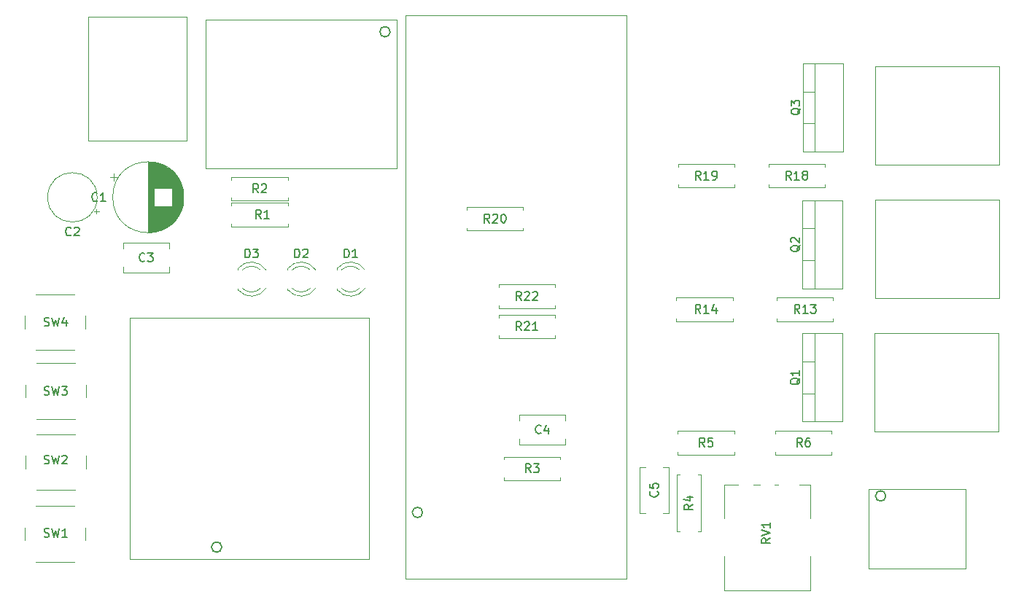
<source format=gbr>
%TF.GenerationSoftware,KiCad,Pcbnew,9.0.6*%
%TF.CreationDate,2026-01-08T10:53:52+01:00*%
%TF.ProjectId,astro-control,61737472-6f2d-4636-9f6e-74726f6c2e6b,rev?*%
%TF.SameCoordinates,Original*%
%TF.FileFunction,Legend,Top*%
%TF.FilePolarity,Positive*%
%FSLAX46Y46*%
G04 Gerber Fmt 4.6, Leading zero omitted, Abs format (unit mm)*
G04 Created by KiCad (PCBNEW 9.0.6) date 2026-01-08 10:53:52*
%MOMM*%
%LPD*%
G01*
G04 APERTURE LIST*
%ADD10C,0.150000*%
%ADD11C,0.120000*%
G04 APERTURE END LIST*
D10*
X91166667Y-85907200D02*
X91309524Y-85954819D01*
X91309524Y-85954819D02*
X91547619Y-85954819D01*
X91547619Y-85954819D02*
X91642857Y-85907200D01*
X91642857Y-85907200D02*
X91690476Y-85859580D01*
X91690476Y-85859580D02*
X91738095Y-85764342D01*
X91738095Y-85764342D02*
X91738095Y-85669104D01*
X91738095Y-85669104D02*
X91690476Y-85573866D01*
X91690476Y-85573866D02*
X91642857Y-85526247D01*
X91642857Y-85526247D02*
X91547619Y-85478628D01*
X91547619Y-85478628D02*
X91357143Y-85431009D01*
X91357143Y-85431009D02*
X91261905Y-85383390D01*
X91261905Y-85383390D02*
X91214286Y-85335771D01*
X91214286Y-85335771D02*
X91166667Y-85240533D01*
X91166667Y-85240533D02*
X91166667Y-85145295D01*
X91166667Y-85145295D02*
X91214286Y-85050057D01*
X91214286Y-85050057D02*
X91261905Y-85002438D01*
X91261905Y-85002438D02*
X91357143Y-84954819D01*
X91357143Y-84954819D02*
X91595238Y-84954819D01*
X91595238Y-84954819D02*
X91738095Y-85002438D01*
X92071429Y-84954819D02*
X92309524Y-85954819D01*
X92309524Y-85954819D02*
X92500000Y-85240533D01*
X92500000Y-85240533D02*
X92690476Y-85954819D01*
X92690476Y-85954819D02*
X92928572Y-84954819D01*
X93738095Y-85288152D02*
X93738095Y-85954819D01*
X93500000Y-84907200D02*
X93261905Y-85621485D01*
X93261905Y-85621485D02*
X93880952Y-85621485D01*
X91166667Y-93907200D02*
X91309524Y-93954819D01*
X91309524Y-93954819D02*
X91547619Y-93954819D01*
X91547619Y-93954819D02*
X91642857Y-93907200D01*
X91642857Y-93907200D02*
X91690476Y-93859580D01*
X91690476Y-93859580D02*
X91738095Y-93764342D01*
X91738095Y-93764342D02*
X91738095Y-93669104D01*
X91738095Y-93669104D02*
X91690476Y-93573866D01*
X91690476Y-93573866D02*
X91642857Y-93526247D01*
X91642857Y-93526247D02*
X91547619Y-93478628D01*
X91547619Y-93478628D02*
X91357143Y-93431009D01*
X91357143Y-93431009D02*
X91261905Y-93383390D01*
X91261905Y-93383390D02*
X91214286Y-93335771D01*
X91214286Y-93335771D02*
X91166667Y-93240533D01*
X91166667Y-93240533D02*
X91166667Y-93145295D01*
X91166667Y-93145295D02*
X91214286Y-93050057D01*
X91214286Y-93050057D02*
X91261905Y-93002438D01*
X91261905Y-93002438D02*
X91357143Y-92954819D01*
X91357143Y-92954819D02*
X91595238Y-92954819D01*
X91595238Y-92954819D02*
X91738095Y-93002438D01*
X92071429Y-92954819D02*
X92309524Y-93954819D01*
X92309524Y-93954819D02*
X92500000Y-93240533D01*
X92500000Y-93240533D02*
X92690476Y-93954819D01*
X92690476Y-93954819D02*
X92928572Y-92954819D01*
X93214286Y-92954819D02*
X93833333Y-92954819D01*
X93833333Y-92954819D02*
X93500000Y-93335771D01*
X93500000Y-93335771D02*
X93642857Y-93335771D01*
X93642857Y-93335771D02*
X93738095Y-93383390D01*
X93738095Y-93383390D02*
X93785714Y-93431009D01*
X93785714Y-93431009D02*
X93833333Y-93526247D01*
X93833333Y-93526247D02*
X93833333Y-93764342D01*
X93833333Y-93764342D02*
X93785714Y-93859580D01*
X93785714Y-93859580D02*
X93738095Y-93907200D01*
X93738095Y-93907200D02*
X93642857Y-93954819D01*
X93642857Y-93954819D02*
X93357143Y-93954819D01*
X93357143Y-93954819D02*
X93261905Y-93907200D01*
X93261905Y-93907200D02*
X93214286Y-93859580D01*
X178912557Y-76565238D02*
X178864938Y-76660476D01*
X178864938Y-76660476D02*
X178769700Y-76755714D01*
X178769700Y-76755714D02*
X178626842Y-76898571D01*
X178626842Y-76898571D02*
X178579223Y-76993809D01*
X178579223Y-76993809D02*
X178579223Y-77089047D01*
X178817319Y-77041428D02*
X178769700Y-77136666D01*
X178769700Y-77136666D02*
X178674461Y-77231904D01*
X178674461Y-77231904D02*
X178483985Y-77279523D01*
X178483985Y-77279523D02*
X178150652Y-77279523D01*
X178150652Y-77279523D02*
X177960176Y-77231904D01*
X177960176Y-77231904D02*
X177864938Y-77136666D01*
X177864938Y-77136666D02*
X177817319Y-77041428D01*
X177817319Y-77041428D02*
X177817319Y-76850952D01*
X177817319Y-76850952D02*
X177864938Y-76755714D01*
X177864938Y-76755714D02*
X177960176Y-76660476D01*
X177960176Y-76660476D02*
X178150652Y-76612857D01*
X178150652Y-76612857D02*
X178483985Y-76612857D01*
X178483985Y-76612857D02*
X178674461Y-76660476D01*
X178674461Y-76660476D02*
X178769700Y-76755714D01*
X178769700Y-76755714D02*
X178817319Y-76850952D01*
X178817319Y-76850952D02*
X178817319Y-77041428D01*
X177912557Y-76231904D02*
X177864938Y-76184285D01*
X177864938Y-76184285D02*
X177817319Y-76089047D01*
X177817319Y-76089047D02*
X177817319Y-75850952D01*
X177817319Y-75850952D02*
X177864938Y-75755714D01*
X177864938Y-75755714D02*
X177912557Y-75708095D01*
X177912557Y-75708095D02*
X178007795Y-75660476D01*
X178007795Y-75660476D02*
X178103033Y-75660476D01*
X178103033Y-75660476D02*
X178245890Y-75708095D01*
X178245890Y-75708095D02*
X178817319Y-76279523D01*
X178817319Y-76279523D02*
X178817319Y-75660476D01*
X114491905Y-77994819D02*
X114491905Y-76994819D01*
X114491905Y-76994819D02*
X114730000Y-76994819D01*
X114730000Y-76994819D02*
X114872857Y-77042438D01*
X114872857Y-77042438D02*
X114968095Y-77137676D01*
X114968095Y-77137676D02*
X115015714Y-77232914D01*
X115015714Y-77232914D02*
X115063333Y-77423390D01*
X115063333Y-77423390D02*
X115063333Y-77566247D01*
X115063333Y-77566247D02*
X115015714Y-77756723D01*
X115015714Y-77756723D02*
X114968095Y-77851961D01*
X114968095Y-77851961D02*
X114872857Y-77947200D01*
X114872857Y-77947200D02*
X114730000Y-77994819D01*
X114730000Y-77994819D02*
X114491905Y-77994819D01*
X115396667Y-76994819D02*
X116015714Y-76994819D01*
X116015714Y-76994819D02*
X115682381Y-77375771D01*
X115682381Y-77375771D02*
X115825238Y-77375771D01*
X115825238Y-77375771D02*
X115920476Y-77423390D01*
X115920476Y-77423390D02*
X115968095Y-77471009D01*
X115968095Y-77471009D02*
X116015714Y-77566247D01*
X116015714Y-77566247D02*
X116015714Y-77804342D01*
X116015714Y-77804342D02*
X115968095Y-77899580D01*
X115968095Y-77899580D02*
X115920476Y-77947200D01*
X115920476Y-77947200D02*
X115825238Y-77994819D01*
X115825238Y-77994819D02*
X115539524Y-77994819D01*
X115539524Y-77994819D02*
X115444286Y-77947200D01*
X115444286Y-77947200D02*
X115396667Y-77899580D01*
X125991905Y-77994819D02*
X125991905Y-76994819D01*
X125991905Y-76994819D02*
X126230000Y-76994819D01*
X126230000Y-76994819D02*
X126372857Y-77042438D01*
X126372857Y-77042438D02*
X126468095Y-77137676D01*
X126468095Y-77137676D02*
X126515714Y-77232914D01*
X126515714Y-77232914D02*
X126563333Y-77423390D01*
X126563333Y-77423390D02*
X126563333Y-77566247D01*
X126563333Y-77566247D02*
X126515714Y-77756723D01*
X126515714Y-77756723D02*
X126468095Y-77851961D01*
X126468095Y-77851961D02*
X126372857Y-77947200D01*
X126372857Y-77947200D02*
X126230000Y-77994819D01*
X126230000Y-77994819D02*
X125991905Y-77994819D01*
X127515714Y-77994819D02*
X126944286Y-77994819D01*
X127230000Y-77994819D02*
X127230000Y-76994819D01*
X127230000Y-76994819D02*
X127134762Y-77137676D01*
X127134762Y-77137676D02*
X127039524Y-77232914D01*
X127039524Y-77232914D02*
X126944286Y-77280533D01*
X162359580Y-105166666D02*
X162407200Y-105214285D01*
X162407200Y-105214285D02*
X162454819Y-105357142D01*
X162454819Y-105357142D02*
X162454819Y-105452380D01*
X162454819Y-105452380D02*
X162407200Y-105595237D01*
X162407200Y-105595237D02*
X162311961Y-105690475D01*
X162311961Y-105690475D02*
X162216723Y-105738094D01*
X162216723Y-105738094D02*
X162026247Y-105785713D01*
X162026247Y-105785713D02*
X161883390Y-105785713D01*
X161883390Y-105785713D02*
X161692914Y-105738094D01*
X161692914Y-105738094D02*
X161597676Y-105690475D01*
X161597676Y-105690475D02*
X161502438Y-105595237D01*
X161502438Y-105595237D02*
X161454819Y-105452380D01*
X161454819Y-105452380D02*
X161454819Y-105357142D01*
X161454819Y-105357142D02*
X161502438Y-105214285D01*
X161502438Y-105214285D02*
X161550057Y-105166666D01*
X161454819Y-104261904D02*
X161454819Y-104738094D01*
X161454819Y-104738094D02*
X161931009Y-104785713D01*
X161931009Y-104785713D02*
X161883390Y-104738094D01*
X161883390Y-104738094D02*
X161835771Y-104642856D01*
X161835771Y-104642856D02*
X161835771Y-104404761D01*
X161835771Y-104404761D02*
X161883390Y-104309523D01*
X161883390Y-104309523D02*
X161931009Y-104261904D01*
X161931009Y-104261904D02*
X162026247Y-104214285D01*
X162026247Y-104214285D02*
X162264342Y-104214285D01*
X162264342Y-104214285D02*
X162359580Y-104261904D01*
X162359580Y-104261904D02*
X162407200Y-104309523D01*
X162407200Y-104309523D02*
X162454819Y-104404761D01*
X162454819Y-104404761D02*
X162454819Y-104642856D01*
X162454819Y-104642856D02*
X162407200Y-104738094D01*
X162407200Y-104738094D02*
X162359580Y-104785713D01*
X148833333Y-98359580D02*
X148785714Y-98407200D01*
X148785714Y-98407200D02*
X148642857Y-98454819D01*
X148642857Y-98454819D02*
X148547619Y-98454819D01*
X148547619Y-98454819D02*
X148404762Y-98407200D01*
X148404762Y-98407200D02*
X148309524Y-98311961D01*
X148309524Y-98311961D02*
X148261905Y-98216723D01*
X148261905Y-98216723D02*
X148214286Y-98026247D01*
X148214286Y-98026247D02*
X148214286Y-97883390D01*
X148214286Y-97883390D02*
X148261905Y-97692914D01*
X148261905Y-97692914D02*
X148309524Y-97597676D01*
X148309524Y-97597676D02*
X148404762Y-97502438D01*
X148404762Y-97502438D02*
X148547619Y-97454819D01*
X148547619Y-97454819D02*
X148642857Y-97454819D01*
X148642857Y-97454819D02*
X148785714Y-97502438D01*
X148785714Y-97502438D02*
X148833333Y-97550057D01*
X149690476Y-97788152D02*
X149690476Y-98454819D01*
X149452381Y-97407200D02*
X149214286Y-98121485D01*
X149214286Y-98121485D02*
X149833333Y-98121485D01*
X166454819Y-106666666D02*
X165978628Y-106999999D01*
X166454819Y-107238094D02*
X165454819Y-107238094D01*
X165454819Y-107238094D02*
X165454819Y-106857142D01*
X165454819Y-106857142D02*
X165502438Y-106761904D01*
X165502438Y-106761904D02*
X165550057Y-106714285D01*
X165550057Y-106714285D02*
X165645295Y-106666666D01*
X165645295Y-106666666D02*
X165788152Y-106666666D01*
X165788152Y-106666666D02*
X165883390Y-106714285D01*
X165883390Y-106714285D02*
X165931009Y-106761904D01*
X165931009Y-106761904D02*
X165978628Y-106857142D01*
X165978628Y-106857142D02*
X165978628Y-107238094D01*
X165788152Y-105809523D02*
X166454819Y-105809523D01*
X165407200Y-106047618D02*
X166121485Y-106285713D01*
X166121485Y-106285713D02*
X166121485Y-105666666D01*
X178857142Y-84454819D02*
X178523809Y-83978628D01*
X178285714Y-84454819D02*
X178285714Y-83454819D01*
X178285714Y-83454819D02*
X178666666Y-83454819D01*
X178666666Y-83454819D02*
X178761904Y-83502438D01*
X178761904Y-83502438D02*
X178809523Y-83550057D01*
X178809523Y-83550057D02*
X178857142Y-83645295D01*
X178857142Y-83645295D02*
X178857142Y-83788152D01*
X178857142Y-83788152D02*
X178809523Y-83883390D01*
X178809523Y-83883390D02*
X178761904Y-83931009D01*
X178761904Y-83931009D02*
X178666666Y-83978628D01*
X178666666Y-83978628D02*
X178285714Y-83978628D01*
X179809523Y-84454819D02*
X179238095Y-84454819D01*
X179523809Y-84454819D02*
X179523809Y-83454819D01*
X179523809Y-83454819D02*
X179428571Y-83597676D01*
X179428571Y-83597676D02*
X179333333Y-83692914D01*
X179333333Y-83692914D02*
X179238095Y-83740533D01*
X180142857Y-83454819D02*
X180761904Y-83454819D01*
X180761904Y-83454819D02*
X180428571Y-83835771D01*
X180428571Y-83835771D02*
X180571428Y-83835771D01*
X180571428Y-83835771D02*
X180666666Y-83883390D01*
X180666666Y-83883390D02*
X180714285Y-83931009D01*
X180714285Y-83931009D02*
X180761904Y-84026247D01*
X180761904Y-84026247D02*
X180761904Y-84264342D01*
X180761904Y-84264342D02*
X180714285Y-84359580D01*
X180714285Y-84359580D02*
X180666666Y-84407200D01*
X180666666Y-84407200D02*
X180571428Y-84454819D01*
X180571428Y-84454819D02*
X180285714Y-84454819D01*
X180285714Y-84454819D02*
X180190476Y-84407200D01*
X180190476Y-84407200D02*
X180142857Y-84359580D01*
X102833333Y-78359580D02*
X102785714Y-78407200D01*
X102785714Y-78407200D02*
X102642857Y-78454819D01*
X102642857Y-78454819D02*
X102547619Y-78454819D01*
X102547619Y-78454819D02*
X102404762Y-78407200D01*
X102404762Y-78407200D02*
X102309524Y-78311961D01*
X102309524Y-78311961D02*
X102261905Y-78216723D01*
X102261905Y-78216723D02*
X102214286Y-78026247D01*
X102214286Y-78026247D02*
X102214286Y-77883390D01*
X102214286Y-77883390D02*
X102261905Y-77692914D01*
X102261905Y-77692914D02*
X102309524Y-77597676D01*
X102309524Y-77597676D02*
X102404762Y-77502438D01*
X102404762Y-77502438D02*
X102547619Y-77454819D01*
X102547619Y-77454819D02*
X102642857Y-77454819D01*
X102642857Y-77454819D02*
X102785714Y-77502438D01*
X102785714Y-77502438D02*
X102833333Y-77550057D01*
X103166667Y-77454819D02*
X103785714Y-77454819D01*
X103785714Y-77454819D02*
X103452381Y-77835771D01*
X103452381Y-77835771D02*
X103595238Y-77835771D01*
X103595238Y-77835771D02*
X103690476Y-77883390D01*
X103690476Y-77883390D02*
X103738095Y-77931009D01*
X103738095Y-77931009D02*
X103785714Y-78026247D01*
X103785714Y-78026247D02*
X103785714Y-78264342D01*
X103785714Y-78264342D02*
X103738095Y-78359580D01*
X103738095Y-78359580D02*
X103690476Y-78407200D01*
X103690476Y-78407200D02*
X103595238Y-78454819D01*
X103595238Y-78454819D02*
X103309524Y-78454819D01*
X103309524Y-78454819D02*
X103214286Y-78407200D01*
X103214286Y-78407200D02*
X103166667Y-78359580D01*
X91166667Y-110407200D02*
X91309524Y-110454819D01*
X91309524Y-110454819D02*
X91547619Y-110454819D01*
X91547619Y-110454819D02*
X91642857Y-110407200D01*
X91642857Y-110407200D02*
X91690476Y-110359580D01*
X91690476Y-110359580D02*
X91738095Y-110264342D01*
X91738095Y-110264342D02*
X91738095Y-110169104D01*
X91738095Y-110169104D02*
X91690476Y-110073866D01*
X91690476Y-110073866D02*
X91642857Y-110026247D01*
X91642857Y-110026247D02*
X91547619Y-109978628D01*
X91547619Y-109978628D02*
X91357143Y-109931009D01*
X91357143Y-109931009D02*
X91261905Y-109883390D01*
X91261905Y-109883390D02*
X91214286Y-109835771D01*
X91214286Y-109835771D02*
X91166667Y-109740533D01*
X91166667Y-109740533D02*
X91166667Y-109645295D01*
X91166667Y-109645295D02*
X91214286Y-109550057D01*
X91214286Y-109550057D02*
X91261905Y-109502438D01*
X91261905Y-109502438D02*
X91357143Y-109454819D01*
X91357143Y-109454819D02*
X91595238Y-109454819D01*
X91595238Y-109454819D02*
X91738095Y-109502438D01*
X92071429Y-109454819D02*
X92309524Y-110454819D01*
X92309524Y-110454819D02*
X92500000Y-109740533D01*
X92500000Y-109740533D02*
X92690476Y-110454819D01*
X92690476Y-110454819D02*
X92928572Y-109454819D01*
X93833333Y-110454819D02*
X93261905Y-110454819D01*
X93547619Y-110454819D02*
X93547619Y-109454819D01*
X93547619Y-109454819D02*
X93452381Y-109597676D01*
X93452381Y-109597676D02*
X93357143Y-109692914D01*
X93357143Y-109692914D02*
X93261905Y-109740533D01*
X175454819Y-110595238D02*
X174978628Y-110928571D01*
X175454819Y-111166666D02*
X174454819Y-111166666D01*
X174454819Y-111166666D02*
X174454819Y-110785714D01*
X174454819Y-110785714D02*
X174502438Y-110690476D01*
X174502438Y-110690476D02*
X174550057Y-110642857D01*
X174550057Y-110642857D02*
X174645295Y-110595238D01*
X174645295Y-110595238D02*
X174788152Y-110595238D01*
X174788152Y-110595238D02*
X174883390Y-110642857D01*
X174883390Y-110642857D02*
X174931009Y-110690476D01*
X174931009Y-110690476D02*
X174978628Y-110785714D01*
X174978628Y-110785714D02*
X174978628Y-111166666D01*
X174454819Y-110309523D02*
X175454819Y-109976190D01*
X175454819Y-109976190D02*
X174454819Y-109642857D01*
X175454819Y-108785714D02*
X175454819Y-109357142D01*
X175454819Y-109071428D02*
X174454819Y-109071428D01*
X174454819Y-109071428D02*
X174597676Y-109166666D01*
X174597676Y-109166666D02*
X174692914Y-109261904D01*
X174692914Y-109261904D02*
X174740533Y-109357142D01*
X146547142Y-82954819D02*
X146213809Y-82478628D01*
X145975714Y-82954819D02*
X145975714Y-81954819D01*
X145975714Y-81954819D02*
X146356666Y-81954819D01*
X146356666Y-81954819D02*
X146451904Y-82002438D01*
X146451904Y-82002438D02*
X146499523Y-82050057D01*
X146499523Y-82050057D02*
X146547142Y-82145295D01*
X146547142Y-82145295D02*
X146547142Y-82288152D01*
X146547142Y-82288152D02*
X146499523Y-82383390D01*
X146499523Y-82383390D02*
X146451904Y-82431009D01*
X146451904Y-82431009D02*
X146356666Y-82478628D01*
X146356666Y-82478628D02*
X145975714Y-82478628D01*
X146928095Y-82050057D02*
X146975714Y-82002438D01*
X146975714Y-82002438D02*
X147070952Y-81954819D01*
X147070952Y-81954819D02*
X147309047Y-81954819D01*
X147309047Y-81954819D02*
X147404285Y-82002438D01*
X147404285Y-82002438D02*
X147451904Y-82050057D01*
X147451904Y-82050057D02*
X147499523Y-82145295D01*
X147499523Y-82145295D02*
X147499523Y-82240533D01*
X147499523Y-82240533D02*
X147451904Y-82383390D01*
X147451904Y-82383390D02*
X146880476Y-82954819D01*
X146880476Y-82954819D02*
X147499523Y-82954819D01*
X147880476Y-82050057D02*
X147928095Y-82002438D01*
X147928095Y-82002438D02*
X148023333Y-81954819D01*
X148023333Y-81954819D02*
X148261428Y-81954819D01*
X148261428Y-81954819D02*
X148356666Y-82002438D01*
X148356666Y-82002438D02*
X148404285Y-82050057D01*
X148404285Y-82050057D02*
X148451904Y-82145295D01*
X148451904Y-82145295D02*
X148451904Y-82240533D01*
X148451904Y-82240533D02*
X148404285Y-82383390D01*
X148404285Y-82383390D02*
X147832857Y-82954819D01*
X147832857Y-82954819D02*
X148451904Y-82954819D01*
X178900057Y-92015238D02*
X178852438Y-92110476D01*
X178852438Y-92110476D02*
X178757200Y-92205714D01*
X178757200Y-92205714D02*
X178614342Y-92348571D01*
X178614342Y-92348571D02*
X178566723Y-92443809D01*
X178566723Y-92443809D02*
X178566723Y-92539047D01*
X178804819Y-92491428D02*
X178757200Y-92586666D01*
X178757200Y-92586666D02*
X178661961Y-92681904D01*
X178661961Y-92681904D02*
X178471485Y-92729523D01*
X178471485Y-92729523D02*
X178138152Y-92729523D01*
X178138152Y-92729523D02*
X177947676Y-92681904D01*
X177947676Y-92681904D02*
X177852438Y-92586666D01*
X177852438Y-92586666D02*
X177804819Y-92491428D01*
X177804819Y-92491428D02*
X177804819Y-92300952D01*
X177804819Y-92300952D02*
X177852438Y-92205714D01*
X177852438Y-92205714D02*
X177947676Y-92110476D01*
X177947676Y-92110476D02*
X178138152Y-92062857D01*
X178138152Y-92062857D02*
X178471485Y-92062857D01*
X178471485Y-92062857D02*
X178661961Y-92110476D01*
X178661961Y-92110476D02*
X178757200Y-92205714D01*
X178757200Y-92205714D02*
X178804819Y-92300952D01*
X178804819Y-92300952D02*
X178804819Y-92491428D01*
X178804819Y-91110476D02*
X178804819Y-91681904D01*
X178804819Y-91396190D02*
X177804819Y-91396190D01*
X177804819Y-91396190D02*
X177947676Y-91491428D01*
X177947676Y-91491428D02*
X178042914Y-91586666D01*
X178042914Y-91586666D02*
X178090533Y-91681904D01*
X177869642Y-68954819D02*
X177536309Y-68478628D01*
X177298214Y-68954819D02*
X177298214Y-67954819D01*
X177298214Y-67954819D02*
X177679166Y-67954819D01*
X177679166Y-67954819D02*
X177774404Y-68002438D01*
X177774404Y-68002438D02*
X177822023Y-68050057D01*
X177822023Y-68050057D02*
X177869642Y-68145295D01*
X177869642Y-68145295D02*
X177869642Y-68288152D01*
X177869642Y-68288152D02*
X177822023Y-68383390D01*
X177822023Y-68383390D02*
X177774404Y-68431009D01*
X177774404Y-68431009D02*
X177679166Y-68478628D01*
X177679166Y-68478628D02*
X177298214Y-68478628D01*
X178822023Y-68954819D02*
X178250595Y-68954819D01*
X178536309Y-68954819D02*
X178536309Y-67954819D01*
X178536309Y-67954819D02*
X178441071Y-68097676D01*
X178441071Y-68097676D02*
X178345833Y-68192914D01*
X178345833Y-68192914D02*
X178250595Y-68240533D01*
X179393452Y-68383390D02*
X179298214Y-68335771D01*
X179298214Y-68335771D02*
X179250595Y-68288152D01*
X179250595Y-68288152D02*
X179202976Y-68192914D01*
X179202976Y-68192914D02*
X179202976Y-68145295D01*
X179202976Y-68145295D02*
X179250595Y-68050057D01*
X179250595Y-68050057D02*
X179298214Y-68002438D01*
X179298214Y-68002438D02*
X179393452Y-67954819D01*
X179393452Y-67954819D02*
X179583928Y-67954819D01*
X179583928Y-67954819D02*
X179679166Y-68002438D01*
X179679166Y-68002438D02*
X179726785Y-68050057D01*
X179726785Y-68050057D02*
X179774404Y-68145295D01*
X179774404Y-68145295D02*
X179774404Y-68192914D01*
X179774404Y-68192914D02*
X179726785Y-68288152D01*
X179726785Y-68288152D02*
X179679166Y-68335771D01*
X179679166Y-68335771D02*
X179583928Y-68383390D01*
X179583928Y-68383390D02*
X179393452Y-68383390D01*
X179393452Y-68383390D02*
X179298214Y-68431009D01*
X179298214Y-68431009D02*
X179250595Y-68478628D01*
X179250595Y-68478628D02*
X179202976Y-68573866D01*
X179202976Y-68573866D02*
X179202976Y-68764342D01*
X179202976Y-68764342D02*
X179250595Y-68859580D01*
X179250595Y-68859580D02*
X179298214Y-68907200D01*
X179298214Y-68907200D02*
X179393452Y-68954819D01*
X179393452Y-68954819D02*
X179583928Y-68954819D01*
X179583928Y-68954819D02*
X179679166Y-68907200D01*
X179679166Y-68907200D02*
X179726785Y-68859580D01*
X179726785Y-68859580D02*
X179774404Y-68764342D01*
X179774404Y-68764342D02*
X179774404Y-68573866D01*
X179774404Y-68573866D02*
X179726785Y-68478628D01*
X179726785Y-68478628D02*
X179679166Y-68431009D01*
X179679166Y-68431009D02*
X179583928Y-68383390D01*
X116023333Y-70454819D02*
X115690000Y-69978628D01*
X115451905Y-70454819D02*
X115451905Y-69454819D01*
X115451905Y-69454819D02*
X115832857Y-69454819D01*
X115832857Y-69454819D02*
X115928095Y-69502438D01*
X115928095Y-69502438D02*
X115975714Y-69550057D01*
X115975714Y-69550057D02*
X116023333Y-69645295D01*
X116023333Y-69645295D02*
X116023333Y-69788152D01*
X116023333Y-69788152D02*
X115975714Y-69883390D01*
X115975714Y-69883390D02*
X115928095Y-69931009D01*
X115928095Y-69931009D02*
X115832857Y-69978628D01*
X115832857Y-69978628D02*
X115451905Y-69978628D01*
X116404286Y-69550057D02*
X116451905Y-69502438D01*
X116451905Y-69502438D02*
X116547143Y-69454819D01*
X116547143Y-69454819D02*
X116785238Y-69454819D01*
X116785238Y-69454819D02*
X116880476Y-69502438D01*
X116880476Y-69502438D02*
X116928095Y-69550057D01*
X116928095Y-69550057D02*
X116975714Y-69645295D01*
X116975714Y-69645295D02*
X116975714Y-69740533D01*
X116975714Y-69740533D02*
X116928095Y-69883390D01*
X116928095Y-69883390D02*
X116356667Y-70454819D01*
X116356667Y-70454819D02*
X116975714Y-70454819D01*
X178962557Y-60655238D02*
X178914938Y-60750476D01*
X178914938Y-60750476D02*
X178819700Y-60845714D01*
X178819700Y-60845714D02*
X178676842Y-60988571D01*
X178676842Y-60988571D02*
X178629223Y-61083809D01*
X178629223Y-61083809D02*
X178629223Y-61179047D01*
X178867319Y-61131428D02*
X178819700Y-61226666D01*
X178819700Y-61226666D02*
X178724461Y-61321904D01*
X178724461Y-61321904D02*
X178533985Y-61369523D01*
X178533985Y-61369523D02*
X178200652Y-61369523D01*
X178200652Y-61369523D02*
X178010176Y-61321904D01*
X178010176Y-61321904D02*
X177914938Y-61226666D01*
X177914938Y-61226666D02*
X177867319Y-61131428D01*
X177867319Y-61131428D02*
X177867319Y-60940952D01*
X177867319Y-60940952D02*
X177914938Y-60845714D01*
X177914938Y-60845714D02*
X178010176Y-60750476D01*
X178010176Y-60750476D02*
X178200652Y-60702857D01*
X178200652Y-60702857D02*
X178533985Y-60702857D01*
X178533985Y-60702857D02*
X178724461Y-60750476D01*
X178724461Y-60750476D02*
X178819700Y-60845714D01*
X178819700Y-60845714D02*
X178867319Y-60940952D01*
X178867319Y-60940952D02*
X178867319Y-61131428D01*
X177867319Y-60369523D02*
X177867319Y-59750476D01*
X177867319Y-59750476D02*
X178248271Y-60083809D01*
X178248271Y-60083809D02*
X178248271Y-59940952D01*
X178248271Y-59940952D02*
X178295890Y-59845714D01*
X178295890Y-59845714D02*
X178343509Y-59798095D01*
X178343509Y-59798095D02*
X178438747Y-59750476D01*
X178438747Y-59750476D02*
X178676842Y-59750476D01*
X178676842Y-59750476D02*
X178772080Y-59798095D01*
X178772080Y-59798095D02*
X178819700Y-59845714D01*
X178819700Y-59845714D02*
X178867319Y-59940952D01*
X178867319Y-59940952D02*
X178867319Y-60226666D01*
X178867319Y-60226666D02*
X178819700Y-60321904D01*
X178819700Y-60321904D02*
X178772080Y-60369523D01*
X167357142Y-84454819D02*
X167023809Y-83978628D01*
X166785714Y-84454819D02*
X166785714Y-83454819D01*
X166785714Y-83454819D02*
X167166666Y-83454819D01*
X167166666Y-83454819D02*
X167261904Y-83502438D01*
X167261904Y-83502438D02*
X167309523Y-83550057D01*
X167309523Y-83550057D02*
X167357142Y-83645295D01*
X167357142Y-83645295D02*
X167357142Y-83788152D01*
X167357142Y-83788152D02*
X167309523Y-83883390D01*
X167309523Y-83883390D02*
X167261904Y-83931009D01*
X167261904Y-83931009D02*
X167166666Y-83978628D01*
X167166666Y-83978628D02*
X166785714Y-83978628D01*
X168309523Y-84454819D02*
X167738095Y-84454819D01*
X168023809Y-84454819D02*
X168023809Y-83454819D01*
X168023809Y-83454819D02*
X167928571Y-83597676D01*
X167928571Y-83597676D02*
X167833333Y-83692914D01*
X167833333Y-83692914D02*
X167738095Y-83740533D01*
X169166666Y-83788152D02*
X169166666Y-84454819D01*
X168928571Y-83407200D02*
X168690476Y-84121485D01*
X168690476Y-84121485D02*
X169309523Y-84121485D01*
X147643333Y-102954819D02*
X147310000Y-102478628D01*
X147071905Y-102954819D02*
X147071905Y-101954819D01*
X147071905Y-101954819D02*
X147452857Y-101954819D01*
X147452857Y-101954819D02*
X147548095Y-102002438D01*
X147548095Y-102002438D02*
X147595714Y-102050057D01*
X147595714Y-102050057D02*
X147643333Y-102145295D01*
X147643333Y-102145295D02*
X147643333Y-102288152D01*
X147643333Y-102288152D02*
X147595714Y-102383390D01*
X147595714Y-102383390D02*
X147548095Y-102431009D01*
X147548095Y-102431009D02*
X147452857Y-102478628D01*
X147452857Y-102478628D02*
X147071905Y-102478628D01*
X147976667Y-101954819D02*
X148595714Y-101954819D01*
X148595714Y-101954819D02*
X148262381Y-102335771D01*
X148262381Y-102335771D02*
X148405238Y-102335771D01*
X148405238Y-102335771D02*
X148500476Y-102383390D01*
X148500476Y-102383390D02*
X148548095Y-102431009D01*
X148548095Y-102431009D02*
X148595714Y-102526247D01*
X148595714Y-102526247D02*
X148595714Y-102764342D01*
X148595714Y-102764342D02*
X148548095Y-102859580D01*
X148548095Y-102859580D02*
X148500476Y-102907200D01*
X148500476Y-102907200D02*
X148405238Y-102954819D01*
X148405238Y-102954819D02*
X148119524Y-102954819D01*
X148119524Y-102954819D02*
X148024286Y-102907200D01*
X148024286Y-102907200D02*
X147976667Y-102859580D01*
X142857142Y-73954819D02*
X142523809Y-73478628D01*
X142285714Y-73954819D02*
X142285714Y-72954819D01*
X142285714Y-72954819D02*
X142666666Y-72954819D01*
X142666666Y-72954819D02*
X142761904Y-73002438D01*
X142761904Y-73002438D02*
X142809523Y-73050057D01*
X142809523Y-73050057D02*
X142857142Y-73145295D01*
X142857142Y-73145295D02*
X142857142Y-73288152D01*
X142857142Y-73288152D02*
X142809523Y-73383390D01*
X142809523Y-73383390D02*
X142761904Y-73431009D01*
X142761904Y-73431009D02*
X142666666Y-73478628D01*
X142666666Y-73478628D02*
X142285714Y-73478628D01*
X143238095Y-73050057D02*
X143285714Y-73002438D01*
X143285714Y-73002438D02*
X143380952Y-72954819D01*
X143380952Y-72954819D02*
X143619047Y-72954819D01*
X143619047Y-72954819D02*
X143714285Y-73002438D01*
X143714285Y-73002438D02*
X143761904Y-73050057D01*
X143761904Y-73050057D02*
X143809523Y-73145295D01*
X143809523Y-73145295D02*
X143809523Y-73240533D01*
X143809523Y-73240533D02*
X143761904Y-73383390D01*
X143761904Y-73383390D02*
X143190476Y-73954819D01*
X143190476Y-73954819D02*
X143809523Y-73954819D01*
X144428571Y-72954819D02*
X144523809Y-72954819D01*
X144523809Y-72954819D02*
X144619047Y-73002438D01*
X144619047Y-73002438D02*
X144666666Y-73050057D01*
X144666666Y-73050057D02*
X144714285Y-73145295D01*
X144714285Y-73145295D02*
X144761904Y-73335771D01*
X144761904Y-73335771D02*
X144761904Y-73573866D01*
X144761904Y-73573866D02*
X144714285Y-73764342D01*
X144714285Y-73764342D02*
X144666666Y-73859580D01*
X144666666Y-73859580D02*
X144619047Y-73907200D01*
X144619047Y-73907200D02*
X144523809Y-73954819D01*
X144523809Y-73954819D02*
X144428571Y-73954819D01*
X144428571Y-73954819D02*
X144333333Y-73907200D01*
X144333333Y-73907200D02*
X144285714Y-73859580D01*
X144285714Y-73859580D02*
X144238095Y-73764342D01*
X144238095Y-73764342D02*
X144190476Y-73573866D01*
X144190476Y-73573866D02*
X144190476Y-73335771D01*
X144190476Y-73335771D02*
X144238095Y-73145295D01*
X144238095Y-73145295D02*
X144285714Y-73050057D01*
X144285714Y-73050057D02*
X144333333Y-73002438D01*
X144333333Y-73002438D02*
X144428571Y-72954819D01*
X97333333Y-71359580D02*
X97285714Y-71407200D01*
X97285714Y-71407200D02*
X97142857Y-71454819D01*
X97142857Y-71454819D02*
X97047619Y-71454819D01*
X97047619Y-71454819D02*
X96904762Y-71407200D01*
X96904762Y-71407200D02*
X96809524Y-71311961D01*
X96809524Y-71311961D02*
X96761905Y-71216723D01*
X96761905Y-71216723D02*
X96714286Y-71026247D01*
X96714286Y-71026247D02*
X96714286Y-70883390D01*
X96714286Y-70883390D02*
X96761905Y-70692914D01*
X96761905Y-70692914D02*
X96809524Y-70597676D01*
X96809524Y-70597676D02*
X96904762Y-70502438D01*
X96904762Y-70502438D02*
X97047619Y-70454819D01*
X97047619Y-70454819D02*
X97142857Y-70454819D01*
X97142857Y-70454819D02*
X97285714Y-70502438D01*
X97285714Y-70502438D02*
X97333333Y-70550057D01*
X98285714Y-71454819D02*
X97714286Y-71454819D01*
X98000000Y-71454819D02*
X98000000Y-70454819D01*
X98000000Y-70454819D02*
X97904762Y-70597676D01*
X97904762Y-70597676D02*
X97809524Y-70692914D01*
X97809524Y-70692914D02*
X97714286Y-70740533D01*
X94279702Y-75359580D02*
X94232083Y-75407200D01*
X94232083Y-75407200D02*
X94089226Y-75454819D01*
X94089226Y-75454819D02*
X93993988Y-75454819D01*
X93993988Y-75454819D02*
X93851131Y-75407200D01*
X93851131Y-75407200D02*
X93755893Y-75311961D01*
X93755893Y-75311961D02*
X93708274Y-75216723D01*
X93708274Y-75216723D02*
X93660655Y-75026247D01*
X93660655Y-75026247D02*
X93660655Y-74883390D01*
X93660655Y-74883390D02*
X93708274Y-74692914D01*
X93708274Y-74692914D02*
X93755893Y-74597676D01*
X93755893Y-74597676D02*
X93851131Y-74502438D01*
X93851131Y-74502438D02*
X93993988Y-74454819D01*
X93993988Y-74454819D02*
X94089226Y-74454819D01*
X94089226Y-74454819D02*
X94232083Y-74502438D01*
X94232083Y-74502438D02*
X94279702Y-74550057D01*
X94660655Y-74550057D02*
X94708274Y-74502438D01*
X94708274Y-74502438D02*
X94803512Y-74454819D01*
X94803512Y-74454819D02*
X95041607Y-74454819D01*
X95041607Y-74454819D02*
X95136845Y-74502438D01*
X95136845Y-74502438D02*
X95184464Y-74550057D01*
X95184464Y-74550057D02*
X95232083Y-74645295D01*
X95232083Y-74645295D02*
X95232083Y-74740533D01*
X95232083Y-74740533D02*
X95184464Y-74883390D01*
X95184464Y-74883390D02*
X94613036Y-75454819D01*
X94613036Y-75454819D02*
X95232083Y-75454819D01*
X167833333Y-99954819D02*
X167500000Y-99478628D01*
X167261905Y-99954819D02*
X167261905Y-98954819D01*
X167261905Y-98954819D02*
X167642857Y-98954819D01*
X167642857Y-98954819D02*
X167738095Y-99002438D01*
X167738095Y-99002438D02*
X167785714Y-99050057D01*
X167785714Y-99050057D02*
X167833333Y-99145295D01*
X167833333Y-99145295D02*
X167833333Y-99288152D01*
X167833333Y-99288152D02*
X167785714Y-99383390D01*
X167785714Y-99383390D02*
X167738095Y-99431009D01*
X167738095Y-99431009D02*
X167642857Y-99478628D01*
X167642857Y-99478628D02*
X167261905Y-99478628D01*
X168738095Y-98954819D02*
X168261905Y-98954819D01*
X168261905Y-98954819D02*
X168214286Y-99431009D01*
X168214286Y-99431009D02*
X168261905Y-99383390D01*
X168261905Y-99383390D02*
X168357143Y-99335771D01*
X168357143Y-99335771D02*
X168595238Y-99335771D01*
X168595238Y-99335771D02*
X168690476Y-99383390D01*
X168690476Y-99383390D02*
X168738095Y-99431009D01*
X168738095Y-99431009D02*
X168785714Y-99526247D01*
X168785714Y-99526247D02*
X168785714Y-99764342D01*
X168785714Y-99764342D02*
X168738095Y-99859580D01*
X168738095Y-99859580D02*
X168690476Y-99907200D01*
X168690476Y-99907200D02*
X168595238Y-99954819D01*
X168595238Y-99954819D02*
X168357143Y-99954819D01*
X168357143Y-99954819D02*
X168261905Y-99907200D01*
X168261905Y-99907200D02*
X168214286Y-99859580D01*
X120261905Y-77994819D02*
X120261905Y-76994819D01*
X120261905Y-76994819D02*
X120500000Y-76994819D01*
X120500000Y-76994819D02*
X120642857Y-77042438D01*
X120642857Y-77042438D02*
X120738095Y-77137676D01*
X120738095Y-77137676D02*
X120785714Y-77232914D01*
X120785714Y-77232914D02*
X120833333Y-77423390D01*
X120833333Y-77423390D02*
X120833333Y-77566247D01*
X120833333Y-77566247D02*
X120785714Y-77756723D01*
X120785714Y-77756723D02*
X120738095Y-77851961D01*
X120738095Y-77851961D02*
X120642857Y-77947200D01*
X120642857Y-77947200D02*
X120500000Y-77994819D01*
X120500000Y-77994819D02*
X120261905Y-77994819D01*
X121214286Y-77090057D02*
X121261905Y-77042438D01*
X121261905Y-77042438D02*
X121357143Y-76994819D01*
X121357143Y-76994819D02*
X121595238Y-76994819D01*
X121595238Y-76994819D02*
X121690476Y-77042438D01*
X121690476Y-77042438D02*
X121738095Y-77090057D01*
X121738095Y-77090057D02*
X121785714Y-77185295D01*
X121785714Y-77185295D02*
X121785714Y-77280533D01*
X121785714Y-77280533D02*
X121738095Y-77423390D01*
X121738095Y-77423390D02*
X121166667Y-77994819D01*
X121166667Y-77994819D02*
X121785714Y-77994819D01*
X116333333Y-73454819D02*
X116000000Y-72978628D01*
X115761905Y-73454819D02*
X115761905Y-72454819D01*
X115761905Y-72454819D02*
X116142857Y-72454819D01*
X116142857Y-72454819D02*
X116238095Y-72502438D01*
X116238095Y-72502438D02*
X116285714Y-72550057D01*
X116285714Y-72550057D02*
X116333333Y-72645295D01*
X116333333Y-72645295D02*
X116333333Y-72788152D01*
X116333333Y-72788152D02*
X116285714Y-72883390D01*
X116285714Y-72883390D02*
X116238095Y-72931009D01*
X116238095Y-72931009D02*
X116142857Y-72978628D01*
X116142857Y-72978628D02*
X115761905Y-72978628D01*
X117285714Y-73454819D02*
X116714286Y-73454819D01*
X117000000Y-73454819D02*
X117000000Y-72454819D01*
X117000000Y-72454819D02*
X116904762Y-72597676D01*
X116904762Y-72597676D02*
X116809524Y-72692914D01*
X116809524Y-72692914D02*
X116714286Y-72740533D01*
X179143333Y-99954819D02*
X178810000Y-99478628D01*
X178571905Y-99954819D02*
X178571905Y-98954819D01*
X178571905Y-98954819D02*
X178952857Y-98954819D01*
X178952857Y-98954819D02*
X179048095Y-99002438D01*
X179048095Y-99002438D02*
X179095714Y-99050057D01*
X179095714Y-99050057D02*
X179143333Y-99145295D01*
X179143333Y-99145295D02*
X179143333Y-99288152D01*
X179143333Y-99288152D02*
X179095714Y-99383390D01*
X179095714Y-99383390D02*
X179048095Y-99431009D01*
X179048095Y-99431009D02*
X178952857Y-99478628D01*
X178952857Y-99478628D02*
X178571905Y-99478628D01*
X180000476Y-98954819D02*
X179810000Y-98954819D01*
X179810000Y-98954819D02*
X179714762Y-99002438D01*
X179714762Y-99002438D02*
X179667143Y-99050057D01*
X179667143Y-99050057D02*
X179571905Y-99192914D01*
X179571905Y-99192914D02*
X179524286Y-99383390D01*
X179524286Y-99383390D02*
X179524286Y-99764342D01*
X179524286Y-99764342D02*
X179571905Y-99859580D01*
X179571905Y-99859580D02*
X179619524Y-99907200D01*
X179619524Y-99907200D02*
X179714762Y-99954819D01*
X179714762Y-99954819D02*
X179905238Y-99954819D01*
X179905238Y-99954819D02*
X180000476Y-99907200D01*
X180000476Y-99907200D02*
X180048095Y-99859580D01*
X180048095Y-99859580D02*
X180095714Y-99764342D01*
X180095714Y-99764342D02*
X180095714Y-99526247D01*
X180095714Y-99526247D02*
X180048095Y-99431009D01*
X180048095Y-99431009D02*
X180000476Y-99383390D01*
X180000476Y-99383390D02*
X179905238Y-99335771D01*
X179905238Y-99335771D02*
X179714762Y-99335771D01*
X179714762Y-99335771D02*
X179619524Y-99383390D01*
X179619524Y-99383390D02*
X179571905Y-99431009D01*
X179571905Y-99431009D02*
X179524286Y-99526247D01*
X146547142Y-86454819D02*
X146213809Y-85978628D01*
X145975714Y-86454819D02*
X145975714Y-85454819D01*
X145975714Y-85454819D02*
X146356666Y-85454819D01*
X146356666Y-85454819D02*
X146451904Y-85502438D01*
X146451904Y-85502438D02*
X146499523Y-85550057D01*
X146499523Y-85550057D02*
X146547142Y-85645295D01*
X146547142Y-85645295D02*
X146547142Y-85788152D01*
X146547142Y-85788152D02*
X146499523Y-85883390D01*
X146499523Y-85883390D02*
X146451904Y-85931009D01*
X146451904Y-85931009D02*
X146356666Y-85978628D01*
X146356666Y-85978628D02*
X145975714Y-85978628D01*
X146928095Y-85550057D02*
X146975714Y-85502438D01*
X146975714Y-85502438D02*
X147070952Y-85454819D01*
X147070952Y-85454819D02*
X147309047Y-85454819D01*
X147309047Y-85454819D02*
X147404285Y-85502438D01*
X147404285Y-85502438D02*
X147451904Y-85550057D01*
X147451904Y-85550057D02*
X147499523Y-85645295D01*
X147499523Y-85645295D02*
X147499523Y-85740533D01*
X147499523Y-85740533D02*
X147451904Y-85883390D01*
X147451904Y-85883390D02*
X146880476Y-86454819D01*
X146880476Y-86454819D02*
X147499523Y-86454819D01*
X148451904Y-86454819D02*
X147880476Y-86454819D01*
X148166190Y-86454819D02*
X148166190Y-85454819D01*
X148166190Y-85454819D02*
X148070952Y-85597676D01*
X148070952Y-85597676D02*
X147975714Y-85692914D01*
X147975714Y-85692914D02*
X147880476Y-85740533D01*
X91166667Y-101907200D02*
X91309524Y-101954819D01*
X91309524Y-101954819D02*
X91547619Y-101954819D01*
X91547619Y-101954819D02*
X91642857Y-101907200D01*
X91642857Y-101907200D02*
X91690476Y-101859580D01*
X91690476Y-101859580D02*
X91738095Y-101764342D01*
X91738095Y-101764342D02*
X91738095Y-101669104D01*
X91738095Y-101669104D02*
X91690476Y-101573866D01*
X91690476Y-101573866D02*
X91642857Y-101526247D01*
X91642857Y-101526247D02*
X91547619Y-101478628D01*
X91547619Y-101478628D02*
X91357143Y-101431009D01*
X91357143Y-101431009D02*
X91261905Y-101383390D01*
X91261905Y-101383390D02*
X91214286Y-101335771D01*
X91214286Y-101335771D02*
X91166667Y-101240533D01*
X91166667Y-101240533D02*
X91166667Y-101145295D01*
X91166667Y-101145295D02*
X91214286Y-101050057D01*
X91214286Y-101050057D02*
X91261905Y-101002438D01*
X91261905Y-101002438D02*
X91357143Y-100954819D01*
X91357143Y-100954819D02*
X91595238Y-100954819D01*
X91595238Y-100954819D02*
X91738095Y-101002438D01*
X92071429Y-100954819D02*
X92309524Y-101954819D01*
X92309524Y-101954819D02*
X92500000Y-101240533D01*
X92500000Y-101240533D02*
X92690476Y-101954819D01*
X92690476Y-101954819D02*
X92928572Y-100954819D01*
X93261905Y-101050057D02*
X93309524Y-101002438D01*
X93309524Y-101002438D02*
X93404762Y-100954819D01*
X93404762Y-100954819D02*
X93642857Y-100954819D01*
X93642857Y-100954819D02*
X93738095Y-101002438D01*
X93738095Y-101002438D02*
X93785714Y-101050057D01*
X93785714Y-101050057D02*
X93833333Y-101145295D01*
X93833333Y-101145295D02*
X93833333Y-101240533D01*
X93833333Y-101240533D02*
X93785714Y-101383390D01*
X93785714Y-101383390D02*
X93214286Y-101954819D01*
X93214286Y-101954819D02*
X93833333Y-101954819D01*
X167369642Y-68954819D02*
X167036309Y-68478628D01*
X166798214Y-68954819D02*
X166798214Y-67954819D01*
X166798214Y-67954819D02*
X167179166Y-67954819D01*
X167179166Y-67954819D02*
X167274404Y-68002438D01*
X167274404Y-68002438D02*
X167322023Y-68050057D01*
X167322023Y-68050057D02*
X167369642Y-68145295D01*
X167369642Y-68145295D02*
X167369642Y-68288152D01*
X167369642Y-68288152D02*
X167322023Y-68383390D01*
X167322023Y-68383390D02*
X167274404Y-68431009D01*
X167274404Y-68431009D02*
X167179166Y-68478628D01*
X167179166Y-68478628D02*
X166798214Y-68478628D01*
X168322023Y-68954819D02*
X167750595Y-68954819D01*
X168036309Y-68954819D02*
X168036309Y-67954819D01*
X168036309Y-67954819D02*
X167941071Y-68097676D01*
X167941071Y-68097676D02*
X167845833Y-68192914D01*
X167845833Y-68192914D02*
X167750595Y-68240533D01*
X168798214Y-68954819D02*
X168988690Y-68954819D01*
X168988690Y-68954819D02*
X169083928Y-68907200D01*
X169083928Y-68907200D02*
X169131547Y-68859580D01*
X169131547Y-68859580D02*
X169226785Y-68716723D01*
X169226785Y-68716723D02*
X169274404Y-68526247D01*
X169274404Y-68526247D02*
X169274404Y-68145295D01*
X169274404Y-68145295D02*
X169226785Y-68050057D01*
X169226785Y-68050057D02*
X169179166Y-68002438D01*
X169179166Y-68002438D02*
X169083928Y-67954819D01*
X169083928Y-67954819D02*
X168893452Y-67954819D01*
X168893452Y-67954819D02*
X168798214Y-68002438D01*
X168798214Y-68002438D02*
X168750595Y-68050057D01*
X168750595Y-68050057D02*
X168702976Y-68145295D01*
X168702976Y-68145295D02*
X168702976Y-68383390D01*
X168702976Y-68383390D02*
X168750595Y-68478628D01*
X168750595Y-68478628D02*
X168798214Y-68526247D01*
X168798214Y-68526247D02*
X168893452Y-68573866D01*
X168893452Y-68573866D02*
X169083928Y-68573866D01*
X169083928Y-68573866D02*
X169179166Y-68526247D01*
X169179166Y-68526247D02*
X169226785Y-68478628D01*
X169226785Y-68478628D02*
X169274404Y-68383390D01*
D11*
%TO.C,J2*%
X187587500Y-86800000D02*
X187587500Y-98200000D01*
X187587500Y-98200000D02*
X201987500Y-98200000D01*
X201987500Y-86800000D02*
X187587500Y-86800000D01*
X201987500Y-98200000D02*
X201987500Y-86800000D01*
%TO.C,J3*%
X187600000Y-71300000D02*
X187600000Y-82700000D01*
X187600000Y-82700000D02*
X202000000Y-82700000D01*
X202000000Y-71300000D02*
X187600000Y-71300000D01*
X202000000Y-82700000D02*
X202000000Y-71300000D01*
%TO.C,J1*%
X96300000Y-64400000D02*
X107700000Y-64400000D01*
X107700000Y-64400000D02*
X107700000Y-50000000D01*
X96300000Y-50000000D02*
X96300000Y-64400000D01*
X107700000Y-50000000D02*
X96300000Y-50000000D01*
%TO.C,J4*%
X187600000Y-55800000D02*
X187600000Y-67200000D01*
X187600000Y-67200000D02*
X202000000Y-67200000D01*
X202000000Y-55800000D02*
X187600000Y-55800000D01*
X202000000Y-67200000D02*
X202000000Y-55800000D01*
%TO.C,SW4*%
X88930000Y-84750000D02*
X88930000Y-86250000D01*
X90180000Y-88750000D02*
X94680000Y-88750000D01*
X94680000Y-82250000D02*
X90180000Y-82250000D01*
X95930000Y-86250000D02*
X95930000Y-84750000D01*
%TO.C,U3*%
X186900000Y-104900000D02*
X186900000Y-114100000D01*
X186900000Y-114100000D02*
X198100000Y-114100000D01*
X198100000Y-104900000D02*
X186900000Y-104900000D01*
X198100000Y-114100000D02*
X198100000Y-104900000D01*
D10*
X188870000Y-105690000D02*
G75*
G02*
X187670000Y-105690000I-600000J0D01*
G01*
X187670000Y-105690000D02*
G75*
G02*
X188870000Y-105690000I600000J0D01*
G01*
D11*
%TO.C,SW3*%
X89000000Y-92750000D02*
X89000000Y-94250000D01*
X90250000Y-96750000D02*
X94750000Y-96750000D01*
X94750000Y-90250000D02*
X90250000Y-90250000D01*
X96000000Y-94250000D02*
X96000000Y-92750000D01*
%TO.C,U4*%
X101130000Y-85000000D02*
X101130000Y-113000000D01*
X101130000Y-113000000D02*
X128870000Y-113000000D01*
X128870000Y-85000000D02*
X101130000Y-85000000D01*
X128870000Y-113000000D02*
X128870000Y-85000000D01*
D10*
X111790000Y-111630000D02*
G75*
G02*
X110590000Y-111630000I-600000J0D01*
G01*
X110590000Y-111630000D02*
G75*
G02*
X111790000Y-111630000I600000J0D01*
G01*
D11*
%TO.C,Q2*%
X179202500Y-71360000D02*
X183822500Y-71360000D01*
X179202500Y-74620000D02*
X180582500Y-74620000D01*
X179202500Y-78320000D02*
X180582500Y-78320000D01*
X179202500Y-81580000D02*
X179202500Y-71360000D01*
X180582500Y-81580000D02*
X180582500Y-71360000D01*
X183822500Y-71360000D02*
X183822500Y-81580000D01*
X183822500Y-81580000D02*
X179202500Y-81580000D01*
%TO.C,D3*%
X113670000Y-79264000D02*
X113670000Y-79420000D01*
X113670000Y-81580000D02*
X113670000Y-81736000D01*
X113670000Y-79264484D02*
G75*
G02*
X116901437Y-79420000I1560000J-1235516D01*
G01*
X114189039Y-79420000D02*
G75*
G02*
X116270961Y-79420000I1040961J-1080000D01*
G01*
X116270961Y-81580000D02*
G75*
G02*
X114189039Y-81580000I-1040961J1080000D01*
G01*
X116901437Y-81580000D02*
G75*
G02*
X113670000Y-81735516I-1671437J1080000D01*
G01*
%TO.C,U2*%
X133130000Y-49820000D02*
X133130000Y-115320000D01*
X133130000Y-115320000D02*
X158730000Y-115320000D01*
X158730000Y-49820000D02*
X133130000Y-49820000D01*
X158730000Y-115320000D02*
X158730000Y-49820000D01*
D10*
X135100000Y-107600000D02*
G75*
G02*
X133900000Y-107600000I-600000J0D01*
G01*
X133900000Y-107600000D02*
G75*
G02*
X135100000Y-107600000I600000J0D01*
G01*
D11*
%TO.C,D1*%
X125170000Y-79264000D02*
X125170000Y-79420000D01*
X125170000Y-81580000D02*
X125170000Y-81736000D01*
X125170000Y-79264484D02*
G75*
G02*
X128401437Y-79420000I1560000J-1235516D01*
G01*
X125689039Y-79420000D02*
G75*
G02*
X127770961Y-79420000I1040961J-1080000D01*
G01*
X127770961Y-81580000D02*
G75*
G02*
X125689039Y-81580000I-1040961J1080000D01*
G01*
X128401437Y-81580000D02*
G75*
G02*
X125170000Y-81735516I-1671437J1080000D01*
G01*
%TO.C,U1*%
X109900000Y-50400000D02*
X109900000Y-67600000D01*
X109900000Y-67600000D02*
X132100000Y-67600000D01*
X132100000Y-50400000D02*
X109900000Y-50400000D01*
X132100000Y-67600000D02*
X132100000Y-50400000D01*
D10*
X131330000Y-51770000D02*
G75*
G02*
X130130000Y-51770000I-600000J0D01*
G01*
X130130000Y-51770000D02*
G75*
G02*
X131330000Y-51770000I600000J0D01*
G01*
D11*
%TO.C,C5*%
X160280000Y-102330000D02*
X160974000Y-102330000D01*
X160280000Y-107670000D02*
X160280000Y-102330000D01*
X160974000Y-107670000D02*
X160280000Y-107670000D01*
X163026000Y-102330000D02*
X163720000Y-102330000D01*
X163720000Y-102330000D02*
X163720000Y-107670000D01*
X163720000Y-107670000D02*
X163026000Y-107670000D01*
%TO.C,C4*%
X146330000Y-96280000D02*
X151670000Y-96280000D01*
X146330000Y-96974000D02*
X146330000Y-96280000D01*
X146330000Y-99720000D02*
X146330000Y-99026000D01*
X151670000Y-96280000D02*
X151670000Y-96974000D01*
X151670000Y-99026000D02*
X151670000Y-99720000D01*
X151670000Y-99720000D02*
X146330000Y-99720000D01*
%TO.C,R4*%
X164630000Y-103230000D02*
X164630000Y-109770000D01*
X164630000Y-109770000D02*
X164960000Y-109770000D01*
X164960000Y-103230000D02*
X164630000Y-103230000D01*
X167040000Y-103230000D02*
X167370000Y-103230000D01*
X167370000Y-103230000D02*
X167370000Y-109770000D01*
X167370000Y-109770000D02*
X167040000Y-109770000D01*
%TO.C,R13*%
X176192500Y-82640000D02*
X176192500Y-82970000D01*
X176192500Y-85380000D02*
X176192500Y-85050000D01*
X182732500Y-82640000D02*
X176192500Y-82640000D01*
X182732500Y-82970000D02*
X182732500Y-82640000D01*
X182732500Y-85050000D02*
X182732500Y-85380000D01*
X182732500Y-85380000D02*
X176192500Y-85380000D01*
%TO.C,C3*%
X100330000Y-76280000D02*
X105670000Y-76280000D01*
X100330000Y-76974000D02*
X100330000Y-76280000D01*
X100330000Y-79720000D02*
X100330000Y-79026000D01*
X105670000Y-76280000D02*
X105670000Y-76974000D01*
X105670000Y-79026000D02*
X105670000Y-79720000D01*
X105670000Y-79720000D02*
X100330000Y-79720000D01*
%TO.C,SW1*%
X88930000Y-109350000D02*
X88930000Y-110850000D01*
X90180000Y-113350000D02*
X94680000Y-113350000D01*
X94680000Y-106850000D02*
X90180000Y-106850000D01*
X95930000Y-110850000D02*
X95930000Y-109350000D01*
%TO.C,RV1*%
X170080000Y-104380000D02*
X170080000Y-108317000D01*
X170080000Y-112684000D02*
X170080000Y-116620000D01*
X171730000Y-104380000D02*
X170080000Y-104380000D01*
X174229000Y-104380000D02*
X173470000Y-104380000D01*
X176350000Y-104380000D02*
X175970000Y-104380000D01*
X180121000Y-104380000D02*
X178800000Y-104380000D01*
X180121000Y-104380000D02*
X180121000Y-108317000D01*
X180121000Y-112684000D02*
X180121000Y-116620000D01*
X180121000Y-116620000D02*
X170080000Y-116620000D01*
%TO.C,R22*%
X143920000Y-81130000D02*
X143920000Y-81460000D01*
X143920000Y-83870000D02*
X143920000Y-83540000D01*
X150460000Y-81130000D02*
X143920000Y-81130000D01*
X150460000Y-81460000D02*
X150460000Y-81130000D01*
X150460000Y-83540000D02*
X150460000Y-83870000D01*
X150460000Y-83870000D02*
X143920000Y-83870000D01*
%TO.C,Q1*%
X179190000Y-86810000D02*
X183810000Y-86810000D01*
X179190000Y-90070000D02*
X180570000Y-90070000D01*
X179190000Y-93770000D02*
X180570000Y-93770000D01*
X179190000Y-97030000D02*
X179190000Y-86810000D01*
X180570000Y-97030000D02*
X180570000Y-86810000D01*
X183810000Y-86810000D02*
X183810000Y-97030000D01*
X183810000Y-97030000D02*
X179190000Y-97030000D01*
%TO.C,R18*%
X175242500Y-67130000D02*
X175242500Y-67460000D01*
X175242500Y-69870000D02*
X175242500Y-69540000D01*
X181782500Y-67130000D02*
X175242500Y-67130000D01*
X181782500Y-67460000D02*
X181782500Y-67130000D01*
X181782500Y-69540000D02*
X181782500Y-69870000D01*
X181782500Y-69870000D02*
X175242500Y-69870000D01*
%TO.C,R2*%
X112920000Y-68630000D02*
X112920000Y-68960000D01*
X112920000Y-71370000D02*
X112920000Y-71040000D01*
X119460000Y-68630000D02*
X112920000Y-68630000D01*
X119460000Y-68960000D02*
X119460000Y-68630000D01*
X119460000Y-71040000D02*
X119460000Y-71370000D01*
X119460000Y-71370000D02*
X112920000Y-71370000D01*
%TO.C,Q3*%
X179252500Y-55450000D02*
X183872500Y-55450000D01*
X179252500Y-58710000D02*
X180632500Y-58710000D01*
X179252500Y-62410000D02*
X180632500Y-62410000D01*
X179252500Y-65670000D02*
X179252500Y-55450000D01*
X180632500Y-65670000D02*
X180632500Y-55450000D01*
X183872500Y-55450000D02*
X183872500Y-65670000D01*
X183872500Y-65670000D02*
X179252500Y-65670000D01*
%TO.C,R14*%
X164552500Y-82640000D02*
X164552500Y-82970000D01*
X164552500Y-85380000D02*
X164552500Y-85050000D01*
X171092500Y-82640000D02*
X164552500Y-82640000D01*
X171092500Y-82970000D02*
X171092500Y-82640000D01*
X171092500Y-85050000D02*
X171092500Y-85380000D01*
X171092500Y-85380000D02*
X164552500Y-85380000D01*
%TO.C,R3*%
X144540000Y-101130000D02*
X151080000Y-101130000D01*
X144540000Y-101460000D02*
X144540000Y-101130000D01*
X144540000Y-103540000D02*
X144540000Y-103870000D01*
X144540000Y-103870000D02*
X151080000Y-103870000D01*
X151080000Y-101130000D02*
X151080000Y-101460000D01*
X151080000Y-103870000D02*
X151080000Y-103540000D01*
%TO.C,R20*%
X140230000Y-72130000D02*
X140230000Y-72460000D01*
X140230000Y-74870000D02*
X140230000Y-74540000D01*
X146770000Y-72130000D02*
X140230000Y-72130000D01*
X146770000Y-72460000D02*
X146770000Y-72130000D01*
X146770000Y-74540000D02*
X146770000Y-74870000D01*
X146770000Y-74870000D02*
X140230000Y-74870000D01*
%TO.C,C1*%
X98840302Y-68672500D02*
X99640302Y-68672500D01*
X99240302Y-68272500D02*
X99240302Y-69072500D01*
X103250000Y-66907500D02*
X103250000Y-75067500D01*
X103290000Y-66907500D02*
X103290000Y-75067500D01*
X103330000Y-66908500D02*
X103330000Y-75066500D01*
X103370000Y-66909500D02*
X103370000Y-75065500D01*
X103410000Y-66910500D02*
X103410000Y-75064500D01*
X103450000Y-66912500D02*
X103450000Y-75062500D01*
X103490000Y-66914500D02*
X103490000Y-75060500D01*
X103530000Y-66917500D02*
X103530000Y-75057500D01*
X103570000Y-66919500D02*
X103570000Y-75055500D01*
X103610000Y-66923500D02*
X103610000Y-75051500D01*
X103650000Y-66926500D02*
X103650000Y-75048500D01*
X103690000Y-66931500D02*
X103690000Y-75043500D01*
X103730000Y-66935500D02*
X103730000Y-75039500D01*
X103770000Y-66940500D02*
X103770000Y-75034500D01*
X103810000Y-66945500D02*
X103810000Y-75029500D01*
X103850000Y-66951500D02*
X103850000Y-75023500D01*
X103890000Y-66957500D02*
X103890000Y-75017500D01*
X103930000Y-66964500D02*
X103930000Y-75010500D01*
X103970000Y-66970500D02*
X103970000Y-69947500D01*
X103970000Y-72027500D02*
X103970000Y-75004500D01*
X104010000Y-66978500D02*
X104010000Y-69947500D01*
X104010000Y-72027500D02*
X104010000Y-74996500D01*
X104050000Y-66985500D02*
X104050000Y-69947500D01*
X104050000Y-72027500D02*
X104050000Y-74989500D01*
X104090000Y-66994500D02*
X104090000Y-69947500D01*
X104090000Y-72027500D02*
X104090000Y-74980500D01*
X104130000Y-67002500D02*
X104130000Y-69947500D01*
X104130000Y-72027500D02*
X104130000Y-74972500D01*
X104170000Y-67011500D02*
X104170000Y-69947500D01*
X104170000Y-72027500D02*
X104170000Y-74963500D01*
X104210000Y-67020500D02*
X104210000Y-69947500D01*
X104210000Y-72027500D02*
X104210000Y-74954500D01*
X104250000Y-67030500D02*
X104250000Y-69947500D01*
X104250000Y-72027500D02*
X104250000Y-74944500D01*
X104290000Y-67040500D02*
X104290000Y-69947500D01*
X104290000Y-72027500D02*
X104290000Y-74934500D01*
X104330000Y-67051500D02*
X104330000Y-69947500D01*
X104330000Y-72027500D02*
X104330000Y-74923500D01*
X104370000Y-67062500D02*
X104370000Y-69947500D01*
X104370000Y-72027500D02*
X104370000Y-74912500D01*
X104410000Y-67074500D02*
X104410000Y-69947500D01*
X104410000Y-72027500D02*
X104410000Y-74900500D01*
X104450000Y-67086500D02*
X104450000Y-69947500D01*
X104450000Y-72027500D02*
X104450000Y-74888500D01*
X104490000Y-67098500D02*
X104490000Y-69947500D01*
X104490000Y-72027500D02*
X104490000Y-74876500D01*
X104530000Y-67111500D02*
X104530000Y-69947500D01*
X104530000Y-72027500D02*
X104530000Y-74863500D01*
X104570000Y-67124500D02*
X104570000Y-69947500D01*
X104570000Y-72027500D02*
X104570000Y-74850500D01*
X104610000Y-67138500D02*
X104610000Y-69947500D01*
X104610000Y-72027500D02*
X104610000Y-74836500D01*
X104650000Y-67152500D02*
X104650000Y-69947500D01*
X104650000Y-72027500D02*
X104650000Y-74822500D01*
X104690000Y-67167500D02*
X104690000Y-69947500D01*
X104690000Y-72027500D02*
X104690000Y-74807500D01*
X104730000Y-67182500D02*
X104730000Y-69947500D01*
X104730000Y-72027500D02*
X104730000Y-74792500D01*
X104770000Y-67198500D02*
X104770000Y-69947500D01*
X104770000Y-72027500D02*
X104770000Y-74776500D01*
X104810000Y-67214500D02*
X104810000Y-69947500D01*
X104810000Y-72027500D02*
X104810000Y-74760500D01*
X104850000Y-67230500D02*
X104850000Y-69947500D01*
X104850000Y-72027500D02*
X104850000Y-74744500D01*
X104890000Y-67247500D02*
X104890000Y-69947500D01*
X104890000Y-72027500D02*
X104890000Y-74727500D01*
X104930000Y-67265500D02*
X104930000Y-69947500D01*
X104930000Y-72027500D02*
X104930000Y-74709500D01*
X104970000Y-67283500D02*
X104970000Y-69947500D01*
X104970000Y-72027500D02*
X104970000Y-74691500D01*
X105010000Y-67302500D02*
X105010000Y-69947500D01*
X105010000Y-72027500D02*
X105010000Y-74672500D01*
X105050000Y-67321500D02*
X105050000Y-69947500D01*
X105050000Y-72027500D02*
X105050000Y-74653500D01*
X105090000Y-67341500D02*
X105090000Y-69947500D01*
X105090000Y-72027500D02*
X105090000Y-74633500D01*
X105130000Y-67361500D02*
X105130000Y-69947500D01*
X105130000Y-72027500D02*
X105130000Y-74613500D01*
X105170000Y-67382500D02*
X105170000Y-69947500D01*
X105170000Y-72027500D02*
X105170000Y-74592500D01*
X105210000Y-67403500D02*
X105210000Y-69947500D01*
X105210000Y-72027500D02*
X105210000Y-74571500D01*
X105250000Y-67425500D02*
X105250000Y-69947500D01*
X105250000Y-72027500D02*
X105250000Y-74549500D01*
X105290000Y-67448500D02*
X105290000Y-69947500D01*
X105290000Y-72027500D02*
X105290000Y-74526500D01*
X105330000Y-67471500D02*
X105330000Y-69947500D01*
X105330000Y-72027500D02*
X105330000Y-74503500D01*
X105370000Y-67494500D02*
X105370000Y-69947500D01*
X105370000Y-72027500D02*
X105370000Y-74480500D01*
X105410000Y-67519500D02*
X105410000Y-69947500D01*
X105410000Y-72027500D02*
X105410000Y-74455500D01*
X105450000Y-67544500D02*
X105450000Y-69947500D01*
X105450000Y-72027500D02*
X105450000Y-74430500D01*
X105490000Y-67569500D02*
X105490000Y-69947500D01*
X105490000Y-72027500D02*
X105490000Y-74405500D01*
X105530000Y-67595500D02*
X105530000Y-69947500D01*
X105530000Y-72027500D02*
X105530000Y-74379500D01*
X105570000Y-67622500D02*
X105570000Y-69947500D01*
X105570000Y-72027500D02*
X105570000Y-74352500D01*
X105610000Y-67650500D02*
X105610000Y-69947500D01*
X105610000Y-72027500D02*
X105610000Y-74324500D01*
X105650000Y-67678500D02*
X105650000Y-69947500D01*
X105650000Y-72027500D02*
X105650000Y-74296500D01*
X105690000Y-67707500D02*
X105690000Y-69947500D01*
X105690000Y-72027500D02*
X105690000Y-74267500D01*
X105730000Y-67737500D02*
X105730000Y-69947500D01*
X105730000Y-72027500D02*
X105730000Y-74237500D01*
X105770000Y-67768500D02*
X105770000Y-69947500D01*
X105770000Y-72027500D02*
X105770000Y-74206500D01*
X105810000Y-67799500D02*
X105810000Y-69947500D01*
X105810000Y-72027500D02*
X105810000Y-74175500D01*
X105850000Y-67831500D02*
X105850000Y-69947500D01*
X105850000Y-72027500D02*
X105850000Y-74143500D01*
X105890000Y-67864500D02*
X105890000Y-69947500D01*
X105890000Y-72027500D02*
X105890000Y-74110500D01*
X105930000Y-67898500D02*
X105930000Y-69947500D01*
X105930000Y-72027500D02*
X105930000Y-74076500D01*
X105970000Y-67932500D02*
X105970000Y-69947500D01*
X105970000Y-72027500D02*
X105970000Y-74042500D01*
X106010000Y-67968500D02*
X106010000Y-69947500D01*
X106010000Y-72027500D02*
X106010000Y-74006500D01*
X106050000Y-68005500D02*
X106050000Y-73969500D01*
X106090000Y-68042500D02*
X106090000Y-73932500D01*
X106130000Y-68081500D02*
X106130000Y-73893500D01*
X106170000Y-68120500D02*
X106170000Y-73854500D01*
X106210000Y-68161500D02*
X106210000Y-73813500D01*
X106250000Y-68203500D02*
X106250000Y-73771500D01*
X106290000Y-68246500D02*
X106290000Y-73728500D01*
X106330000Y-68291500D02*
X106330000Y-73683500D01*
X106370000Y-68336500D02*
X106370000Y-73638500D01*
X106410000Y-68383500D02*
X106410000Y-73591500D01*
X106450000Y-68432500D02*
X106450000Y-73542500D01*
X106490000Y-68482500D02*
X106490000Y-73492500D01*
X106530000Y-68534500D02*
X106530000Y-73440500D01*
X106570000Y-68587500D02*
X106570000Y-73387500D01*
X106610000Y-68643500D02*
X106610000Y-73331500D01*
X106650000Y-68700500D02*
X106650000Y-73274500D01*
X106690000Y-68760500D02*
X106690000Y-73214500D01*
X106730000Y-68822500D02*
X106730000Y-73152500D01*
X106770000Y-68886500D02*
X106770000Y-73088500D01*
X106810000Y-68953500D02*
X106810000Y-73021500D01*
X106850000Y-69023500D02*
X106850000Y-72951500D01*
X106890000Y-69097500D02*
X106890000Y-72877500D01*
X106930000Y-69174500D02*
X106930000Y-72800500D01*
X106970000Y-69256500D02*
X106970000Y-72718500D01*
X107010000Y-69343500D02*
X107010000Y-72631500D01*
X107050000Y-69435500D02*
X107050000Y-72539500D01*
X107090000Y-69534500D02*
X107090000Y-72440500D01*
X107130000Y-69641500D02*
X107130000Y-72333500D01*
X107170000Y-69759500D02*
X107170000Y-72215500D01*
X107210000Y-69890500D02*
X107210000Y-72084500D01*
X107250000Y-70040500D02*
X107250000Y-71934500D01*
X107290000Y-70219500D02*
X107290000Y-71755500D01*
X107330000Y-70454500D02*
X107330000Y-71520500D01*
X107370000Y-70987500D02*
G75*
G02*
X99130000Y-70987500I-4120000J0D01*
G01*
X99130000Y-70987500D02*
G75*
G02*
X107370000Y-70987500I4120000J0D01*
G01*
%TO.C,C2*%
X97243631Y-72890000D02*
X97243631Y-72340000D01*
X97518631Y-72615000D02*
X96968631Y-72615000D01*
X97316369Y-71000000D02*
G75*
G02*
X91576369Y-71000000I-2870000J0D01*
G01*
X91576369Y-71000000D02*
G75*
G02*
X97316369Y-71000000I2870000J0D01*
G01*
%TO.C,R5*%
X164730000Y-98130000D02*
X164730000Y-98460000D01*
X164730000Y-100870000D02*
X164730000Y-100540000D01*
X171270000Y-98130000D02*
X164730000Y-98130000D01*
X171270000Y-98460000D02*
X171270000Y-98130000D01*
X171270000Y-100540000D02*
X171270000Y-100870000D01*
X171270000Y-100870000D02*
X164730000Y-100870000D01*
%TO.C,D2*%
X119440000Y-79264000D02*
X119440000Y-79420000D01*
X119440000Y-81580000D02*
X119440000Y-81736000D01*
X119440000Y-79264484D02*
G75*
G02*
X122671437Y-79420000I1560000J-1235516D01*
G01*
X119959039Y-79420000D02*
G75*
G02*
X122040961Y-79420000I1040961J-1080000D01*
G01*
X122040961Y-81580000D02*
G75*
G02*
X119959039Y-81580000I-1040961J1080000D01*
G01*
X122671437Y-81580000D02*
G75*
G02*
X119440000Y-81735516I-1671437J1080000D01*
G01*
%TO.C,R1*%
X112920000Y-71630000D02*
X119460000Y-71630000D01*
X112920000Y-71960000D02*
X112920000Y-71630000D01*
X112920000Y-74040000D02*
X112920000Y-74370000D01*
X112920000Y-74370000D02*
X119460000Y-74370000D01*
X119460000Y-71630000D02*
X119460000Y-71960000D01*
X119460000Y-74370000D02*
X119460000Y-74040000D01*
%TO.C,R6*%
X176040000Y-98130000D02*
X176040000Y-98460000D01*
X176040000Y-100870000D02*
X176040000Y-100540000D01*
X182580000Y-98130000D02*
X176040000Y-98130000D01*
X182580000Y-98460000D02*
X182580000Y-98130000D01*
X182580000Y-100540000D02*
X182580000Y-100870000D01*
X182580000Y-100870000D02*
X176040000Y-100870000D01*
%TO.C,R21*%
X143920000Y-84630000D02*
X143920000Y-84960000D01*
X143920000Y-87370000D02*
X143920000Y-87040000D01*
X150460000Y-84630000D02*
X143920000Y-84630000D01*
X150460000Y-84960000D02*
X150460000Y-84630000D01*
X150460000Y-87040000D02*
X150460000Y-87370000D01*
X150460000Y-87370000D02*
X143920000Y-87370000D01*
%TO.C,SW2*%
X89000000Y-101000000D02*
X89000000Y-102500000D01*
X90250000Y-105000000D02*
X94750000Y-105000000D01*
X94750000Y-98500000D02*
X90250000Y-98500000D01*
X96000000Y-102500000D02*
X96000000Y-101000000D01*
%TO.C,R19*%
X164742500Y-67130000D02*
X164742500Y-67460000D01*
X164742500Y-69870000D02*
X164742500Y-69540000D01*
X171282500Y-67130000D02*
X164742500Y-67130000D01*
X171282500Y-67460000D02*
X171282500Y-67130000D01*
X171282500Y-69540000D02*
X171282500Y-69870000D01*
X171282500Y-69870000D02*
X164742500Y-69870000D01*
%TD*%
M02*

</source>
